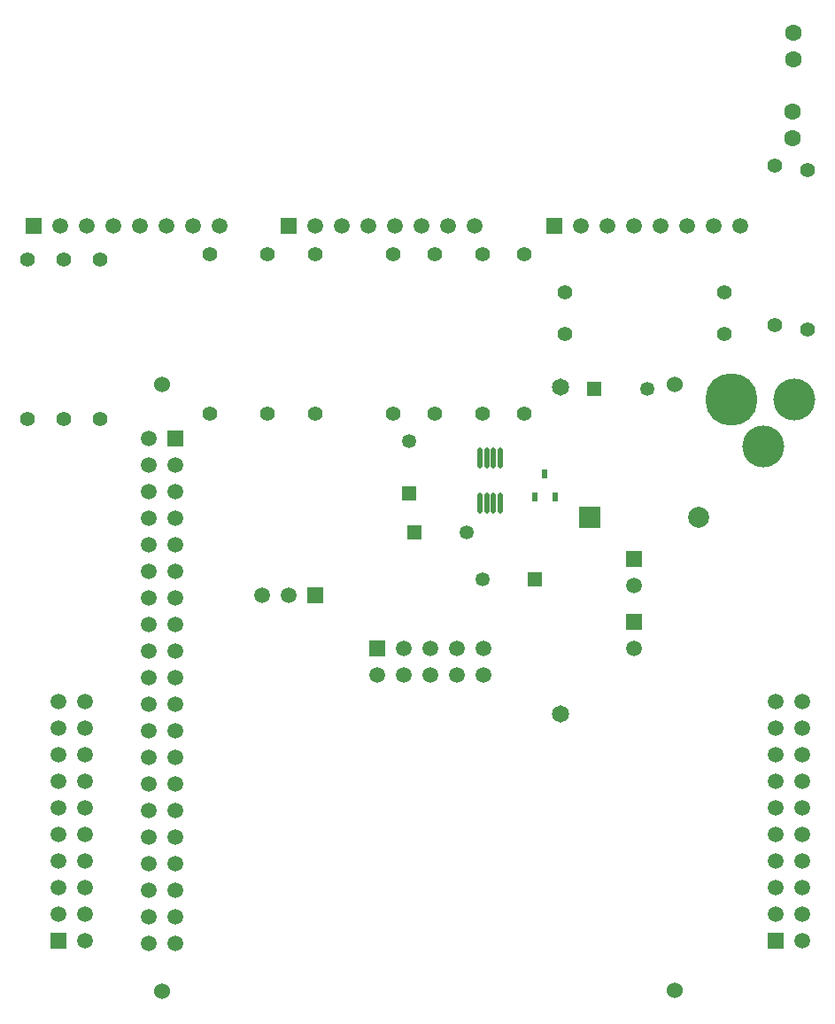
<source format=gbr>
G04 Layer_Color=255*
%FSLAX45Y45*%
%MOMM*%
%TF.FileFunction,Pads,Top*%
%TF.Part,Single*%
G01*
G75*
%TA.AperFunction,SMDPad,CuDef*%
%ADD10R,0.60000X0.85000*%
%ADD11O,0.45000X2.00000*%
%TA.AperFunction,ComponentPad*%
%ADD17C,5.00000*%
%ADD18C,4.00000*%
%ADD19C,1.50000*%
%ADD20R,1.50000X1.50000*%
%ADD21C,1.40000*%
%ADD22R,1.35000X1.35000*%
%ADD23C,1.35000*%
%TA.AperFunction,ViaPad*%
%ADD24C,1.52400*%
%TA.AperFunction,ComponentPad*%
%ADD25R,1.50000X1.50000*%
%ADD26R,1.35000X1.35000*%
%ADD27R,2.00000X2.00000*%
%ADD28C,2.00000*%
%ADD29C,1.65000*%
%ADD30C,1.60000*%
D10*
X10899997Y10807503D02*
D03*
X10994998Y10592502D02*
D03*
X10804996D02*
D03*
D11*
X10472501Y10965002D02*
D03*
X10407503D02*
D03*
X10342499D02*
D03*
X10277500D02*
D03*
X10472501Y10535001D02*
D03*
X10407503D02*
D03*
X10342499D02*
D03*
X10277500D02*
D03*
D17*
X12684999Y11525001D02*
D03*
D18*
X13285004D02*
D03*
X12984998Y11074999D02*
D03*
D19*
X11749998Y9146001D02*
D03*
Y9746001D02*
D03*
X9296400Y8890000D02*
D03*
X9550400Y9144000D02*
D03*
Y8890000D02*
D03*
X9804400Y9144000D02*
D03*
Y8890000D02*
D03*
X10058400Y9144000D02*
D03*
Y8890000D02*
D03*
X10312400Y9144000D02*
D03*
Y8890000D02*
D03*
X12770896Y13184302D02*
D03*
X12516896D02*
D03*
X12262896D02*
D03*
X12008896D02*
D03*
X11754896D02*
D03*
X11500896D02*
D03*
X11246896D02*
D03*
X10230896D02*
D03*
X9976896D02*
D03*
X9722896D02*
D03*
X9468896D02*
D03*
X9214896D02*
D03*
X8960896D02*
D03*
X8706896D02*
D03*
X7792496D02*
D03*
X7538496D02*
D03*
X7284496D02*
D03*
X7030496D02*
D03*
X6776496D02*
D03*
X6522496D02*
D03*
X6268496D02*
D03*
X13360400Y6350000D02*
D03*
X13106400Y6604000D02*
D03*
X13360400D02*
D03*
X13106400Y6858000D02*
D03*
X13360400D02*
D03*
X13106400Y7112000D02*
D03*
X13360400D02*
D03*
X13106400Y7366000D02*
D03*
X13360400D02*
D03*
X13106400Y7620000D02*
D03*
X13360400D02*
D03*
X13106400Y7874000D02*
D03*
X13360400D02*
D03*
X13106400Y8128000D02*
D03*
X13360400D02*
D03*
X13106400Y8382000D02*
D03*
X13360400D02*
D03*
X13106400Y8636000D02*
D03*
X13360400D02*
D03*
X6502400Y6350000D02*
D03*
X6248400Y6604000D02*
D03*
X6502400D02*
D03*
X6248400Y6858000D02*
D03*
X6502400D02*
D03*
X6248400Y7112000D02*
D03*
X6502400D02*
D03*
X6248400Y7366000D02*
D03*
X6502400D02*
D03*
X6248400Y7620000D02*
D03*
X6502400D02*
D03*
X6248400Y7874000D02*
D03*
X6502400D02*
D03*
X6248400Y8128000D02*
D03*
X6502400D02*
D03*
X6248400Y8382000D02*
D03*
X6502400D02*
D03*
X6248400Y8636000D02*
D03*
X6502400D02*
D03*
X7112000Y11150600D02*
D03*
X7366000Y10896600D02*
D03*
X7112000D02*
D03*
X7366000Y10642600D02*
D03*
X7112000D02*
D03*
X7366000Y10388600D02*
D03*
X7112000D02*
D03*
X7366000Y10134600D02*
D03*
X7112000D02*
D03*
X7366000Y9880600D02*
D03*
X7112000D02*
D03*
X7366000Y9626600D02*
D03*
X7112000D02*
D03*
X7366000Y9372600D02*
D03*
X7112000D02*
D03*
X7366000Y9118600D02*
D03*
X7112000D02*
D03*
X7366000Y8864600D02*
D03*
X7112000D02*
D03*
X7366000Y8610600D02*
D03*
X7112000D02*
D03*
X7366000Y8356600D02*
D03*
X7112000D02*
D03*
X7366000Y8102600D02*
D03*
X7112000D02*
D03*
X7366000Y7848600D02*
D03*
X7112000D02*
D03*
X7366000Y7594600D02*
D03*
X7112000D02*
D03*
X7366000Y7340600D02*
D03*
X7112000D02*
D03*
X7366000Y7086600D02*
D03*
X7112000D02*
D03*
X7366000Y6832600D02*
D03*
X7112000D02*
D03*
X7366000Y6578600D02*
D03*
X7112000D02*
D03*
X7366000Y6324600D02*
D03*
X7112000D02*
D03*
X8192002Y9649998D02*
D03*
X8446002D02*
D03*
D20*
X11749998Y9400001D02*
D03*
Y10000001D02*
D03*
X13106400Y6350000D02*
D03*
X6248400D02*
D03*
X7366000Y11150600D02*
D03*
D21*
X13099998Y12238000D02*
D03*
Y13762000D02*
D03*
X5950001Y12861996D02*
D03*
Y11337996D02*
D03*
X6300003D02*
D03*
Y12861996D02*
D03*
X6649999Y12862001D02*
D03*
Y11338001D02*
D03*
X7700000Y11387999D02*
D03*
Y12912000D02*
D03*
X12611999Y12549998D02*
D03*
X11087999D02*
D03*
X12611999Y12149999D02*
D03*
X11087999D02*
D03*
X10300000Y12912000D02*
D03*
Y11387999D02*
D03*
X10699999Y12912000D02*
D03*
Y11387999D02*
D03*
X8699998D02*
D03*
Y12912000D02*
D03*
X9849998Y11387999D02*
D03*
Y12912000D02*
D03*
X8250001D02*
D03*
Y11387999D02*
D03*
X9449999Y12912000D02*
D03*
Y11387999D02*
D03*
X13411200Y12192000D02*
D03*
Y13716000D02*
D03*
D22*
X9600001Y10624998D02*
D03*
D23*
Y11125002D02*
D03*
X10300000Y9800001D02*
D03*
X10150004Y10249998D02*
D03*
X11875003Y11625001D02*
D03*
D24*
X12139000Y11662999D02*
D03*
X7239000Y5863001D02*
D03*
X12139000Y5871799D02*
D03*
X7239000Y11662999D02*
D03*
D25*
X9296400Y9144000D02*
D03*
X10992896Y13184302D02*
D03*
X8452896D02*
D03*
X6014496D02*
D03*
X8700002Y9649998D02*
D03*
D26*
X10800004Y9800001D02*
D03*
X9650000Y10249998D02*
D03*
X11374999Y11625001D02*
D03*
D27*
X11327002Y10400000D02*
D03*
D28*
X12373000D02*
D03*
D29*
X11052002Y11640000D02*
D03*
Y8520000D02*
D03*
D30*
X13271500Y14021501D02*
D03*
Y14275500D02*
D03*
X13273003Y15027000D02*
D03*
Y14773000D02*
D03*
%TF.MD5,25E7AFC955DFC610691A3414A53AA455*%
M02*

</source>
